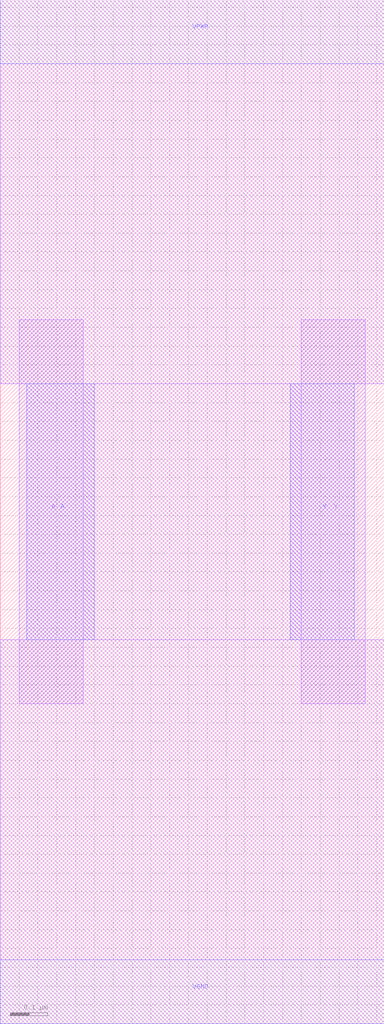
<source format=lef>
# Sakemono 90nm Inverter Cell - LEF Definition
# 16-track high-density inverter with optimized layout

VERSION 5.8 ;
DIVIDERCHAR "/" ;
BUSBITCHARS "[]" ;

UNITS
    DATABASE MICRONS 1000 ;
END UNITS

# Inverter cell - Basic building block
MACRO sakemono90_fd_sc_hd__inv_1
    CLASS CORE ;
    ORIGIN 0.000 0.000 ;
    SIZE 0.34 BY 2.72 ;      # 2 sites wide x 16 tracks high
    SYMMETRY Y ;             # Can be flipped vertically
    SITE CoreSite ;          # Uses our defined core site

    # Power pins - Rails at top and bottom
    PIN VPWR
        DIRECTION INOUT ;
        USE POWER ;
        SHAPE ABUTMENT ;
        PORT
            LAYER met1 ;
                RECT 0.00 2.55 0.34 2.72 ;  # Top power rail (tracks 15-16)
        END
    END VPWR

    PIN VGND  
        DIRECTION INOUT ;
        USE GROUND ;
        SHAPE ABUTMENT ;
        PORT
            LAYER met1 ;
                RECT 0.00 0.00 0.34 0.17 ;  # Bottom ground rail (track 1)
        END
    END VGND

    # Input pin A
    PIN A
        DIRECTION INPUT ;
        USE SIGNAL ;
        ANTENNAPINPARTIALMETALAREA 0.012 met1 ;
        ANTENNAPINGATEAREA 0.024 ;
        PORT
            LAYER li1 ;
                RECT 0.05 0.85 0.12 1.87 ;  # Input connection on li1
            LAYER met1 ;
                RECT 0.07 1.02 0.15 1.70 ;  # Input metal connection
        END
    END A

    # Output pin Y  
    PIN Y
        DIRECTION OUTPUT ;
        USE SIGNAL ;
        ANTENNAPINPARTIALMETALAREA 0.018 met1 ;
        ANTENNAINOUTDIFFAREA 0.032 ;
        PORT
            LAYER li1 ;
                RECT 0.22 0.85 0.29 1.87 ;  # Output connection on li1
            LAYER met1 ;
                RECT 0.19 1.02 0.27 1.70 ;  # Output metal connection
        END
    END Y

    # Obstruction areas to prevent routing conflicts
    OBS
        LAYER li1 ;
            # PMOS area obstruction
            RECT 0.00 1.70 0.34 2.55 ;
            # NMOS area obstruction  
            RECT 0.00 0.17 0.34 1.02 ;
            # Internal routing obstruction
            RECT 0.12 1.02 0.22 1.70 ;
    END

    # Define the cell's internal routing tracks
    # This inverter uses:
    # Tracks 1: VSS rail
    # Tracks 2-6: NMOS area 
    # Tracks 7-10: Signal routing area
    # Tracks 11-14: PMOS area
    # Tracks 15-16: VDD rail

END sakemono90_fd_sc_hd__inv_1

# Higher drive strength inverter
MACRO sakemono90_fd_sc_hd__inv_2
    CLASS CORE ;
    ORIGIN 0.000 0.000 ;
    SIZE 0.51 BY 2.72 ;      # 3 sites wide for higher drive
    SYMMETRY Y ;
    SITE CoreSite ;

    # Power pins - Wider for higher current
    PIN VPWR
        DIRECTION INOUT ;
        USE POWER ;
        SHAPE ABUTMENT ;
        PORT
            LAYER met1 ;
                RECT 0.00 2.55 0.51 2.72 ;  # Top power rail
        END
    END VPWR

    PIN VGND
        DIRECTION INOUT ;
        USE GROUND ;
        SHAPE ABUTMENT ;
        PORT
            LAYER met1 ;
                RECT 0.00 0.00 0.51 0.17 ;  # Bottom ground rail
        END
    END VGND

    # Input pin A
    PIN A
        DIRECTION INPUT ;
        USE SIGNAL ;
        ANTENNAPINPARTIALMETALAREA 0.018 met1 ;
        ANTENNAPINGATEAREA 0.048 ;     # Larger gate area
        PORT
            LAYER li1 ;
                RECT 0.05 0.85 0.15 1.87 ;
            LAYER met1 ;
                RECT 0.07 1.02 0.18 1.70 ;
        END
    END A

    # Output pin Y
    PIN Y
        DIRECTION OUTPUT ;
        USE SIGNAL ;
        ANTENNAPINPARTIALMETALAREA 0.027 met1 ;
        ANTENNAINOUTDIFFAREA 0.064 ;   # Higher drive = larger diffusion
        PORT
            LAYER li1 ;
                RECT 0.36 0.85 0.46 1.87 ;
            LAYER met1 ;
                RECT 0.33 1.02 0.44 1.70 ;
        END
    END Y

    # Obstruction areas
    OBS
        LAYER li1 ;
            # PMOS area obstruction
            RECT 0.00 1.70 0.51 2.55 ;
            # NMOS area obstruction
            RECT 0.00 0.17 0.51 1.02 ;
            # Internal routing obstruction
            RECT 0.15 1.02 0.36 1.70 ;
    END

END sakemono90_fd_sc_hd__inv_2

# High drive strength inverter
MACRO sakemono90_fd_sc_hd__inv_4
    CLASS CORE ;
    ORIGIN 0.000 0.000 ;
    SIZE 0.68 BY 2.72 ;      # 4 sites wide for high drive
    SYMMETRY Y ;
    SITE CoreSite ;

    # Power pins
    PIN VPWR
        DIRECTION INOUT ;
        USE POWER ;
        SHAPE ABUTMENT ;
        PORT
            LAYER met1 ;
                RECT 0.00 2.55 0.68 2.72 ;
        END
    END VPWR

    PIN VGND
        DIRECTION INOUT ;
        USE GROUND ;
        SHAPE ABUTMENT ;
        PORT
            LAYER met1 ;
                RECT 0.00 0.00 0.68 0.17 ;
        END
    END VGND

    # Input pin A
    PIN A
        DIRECTION INPUT ;
        USE SIGNAL ;
        ANTENNAPINPARTIALMETALAREA 0.024 met1 ;
        ANTENNAPINGATEAREA 0.096 ;     # Much larger gate
        PORT
            LAYER li1 ;
                RECT 0.05 0.85 0.18 1.87 ;
            LAYER met1 ;
                RECT 0.07 1.02 0.21 1.70 ;
        END
    END A

    # Output pin Y
    PIN Y
        DIRECTION OUTPUT ;
        USE SIGNAL ;
        ANTENNAPINPARTIALMETALAREA 0.036 met1 ;
        ANTENNAINOUTDIFFAREA 0.128 ;   # High drive capability
        PORT
            LAYER li1 ;
                RECT 0.50 0.85 0.63 1.87 ;
            LAYER met1 ;
                RECT 0.47 1.02 0.60 1.70 ;
        END
    END Y

    # Obstruction areas
    OBS
        LAYER li1 ;
            # PMOS area obstruction
            RECT 0.00 1.70 0.68 2.55 ;
            # NMOS area obstruction
            RECT 0.00 0.17 0.68 1.02 ;
            # Internal routing obstruction
            RECT 0.18 1.02 0.50 1.70 ;
    END

END sakemono90_fd_sc_hd__inv_4

# High drive strength inverter
MACRO sakemono90_fd_sc_hd__inv_8
    CLASS CORE ;
    ORIGIN 0.000 0.000 ;
    SIZE 1.02 BY 2.72 ;      # 6 sites wide for very high drive
    SYMMETRY Y ;
    SITE CoreSite ;

    # Power pins
    PIN VPWR
        DIRECTION INOUT ;
        USE POWER ;
        SHAPE ABUTMENT ;
        PORT
            LAYER met1 ;
                RECT 0.00 2.55 1.02 2.72 ;
        END
    END VPWR

    PIN VGND
        DIRECTION INOUT ;
        USE GROUND ;
        SHAPE ABUTMENT ;
        PORT
            LAYER met1 ;
                RECT 0.00 0.00 1.02 0.17 ;
        END
    END VGND

    # Input pin A
    PIN A
        DIRECTION INPUT ;
        USE SIGNAL ;
        ANTENNAPINPARTIALMETALAREA 0.032 met1 ;
        ANTENNAPINGATEAREA 0.192 ;     # Very large gate
        PORT
            LAYER li1 ;
                RECT 0.05 0.85 0.22 1.87 ;
            LAYER met1 ;
                RECT 0.07 1.02 0.25 1.70 ;
        END
    END A

    # Output pin Y
    PIN Y
        DIRECTION OUTPUT ;
        USE SIGNAL ;
        ANTENNAPINPARTIALMETALAREA 0.048 met1 ;
        ANTENNAINOUTDIFFAREA 0.256 ;   # Very high drive capability
        PORT
            LAYER li1 ;
                RECT 0.80 0.85 0.97 1.87 ;
            LAYER met1 ;
                RECT 0.77 1.02 0.94 1.70 ;
        END
    END Y

    # Obstruction areas
    OBS
        LAYER li1 ;
            # PMOS area obstruction
            RECT 0.00 1.70 1.02 2.55 ;
            # NMOS area obstruction
            RECT 0.00 0.17 1.02 1.02 ;
            # Internal routing obstruction
            RECT 0.22 1.02 0.80 1.70 ;
    END

END sakemono90_fd_sc_hd__inv_8

END LIBRARY
</source>
